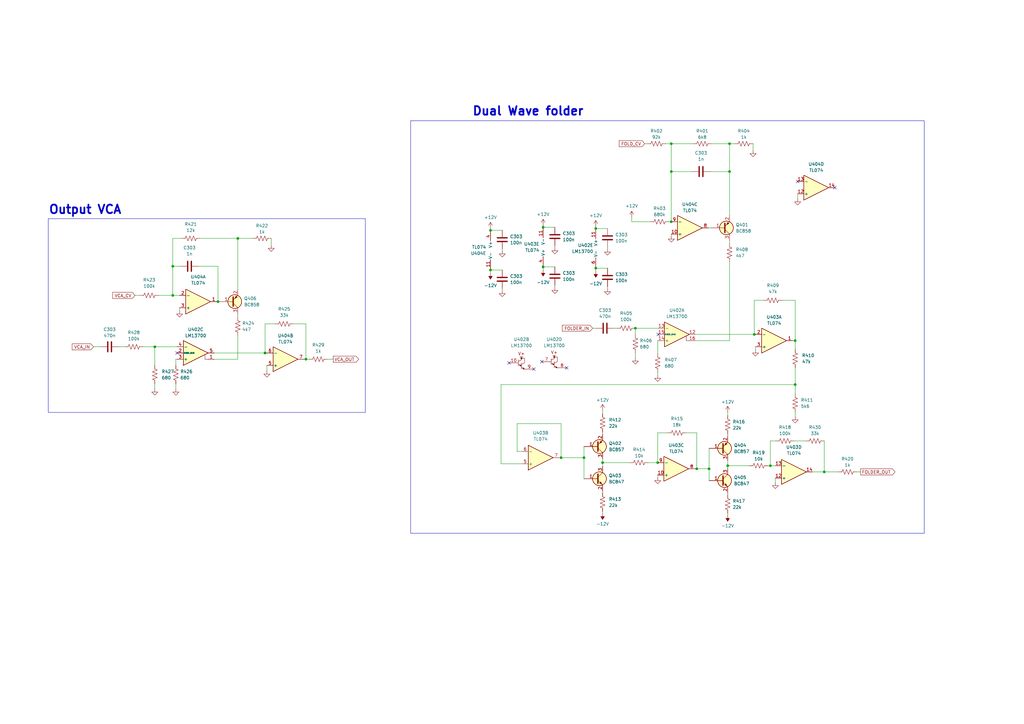
<source format=kicad_sch>
(kicad_sch (version 20230121) (generator eeschema)
  (paper "A3")
  (lib_symbols
    (symbol "Amplifier_Operational:LM13700" (pin_names (offset 0.127))
      (property "Reference" "U" (at 3.81 5.08 0))
      (property "Value" "LM13700" (at 5.08 -5.08 0))
      (symbol "LM13700_1_1"
        (polyline (pts (xy 3.81 -0.635) (xy 3.81 -2.54) (xy 5.08 -2.54)))
        (polyline (pts (xy 5.08 0) (xy -5.08 -5.08) (xy -5.08 5.08) (xy 5.08 0)) (stroke (width 0.254)) (fill (type background)))
        (pin output line (at 7.62 0 180) (length 2.54) (name "~") (number "12"))
        (pin input line (at -7.62 2.54 0) (length 2.54) (name "-") (number "13"))
        (pin input line (at -7.62 -2.54 0) (length 2.54) (name "+") (number "14"))
        (pin input line (at -7.62 0 0) (length 2.54) (name "DIODE_BIAS") (number "15"))
        (pin input line (at 7.62 -2.54 180) (length 2.54) (name "~") (number "16"))
      )
      (symbol "LM13700_2_0"
        (polyline (pts (xy -1.905 2.54) (xy -3.175 2.54)))
      )
      (symbol "LM13700_2_1"
        (circle (center -2.54 1.905) (radius 0.254) (stroke (width 0.254)) (fill (type outline)))
        (polyline (pts (xy -3.81 -0.635) (xy -2.54 -1.27)))
        (polyline (pts (xy -3.81 1.27) (xy -3.81 -1.27)))
        (polyline (pts (xy -2.54 -1.905) (xy -1.27 -2.54)))
        (polyline (pts (xy -2.54 0) (xy -2.54 -2.54)))
        (polyline (pts (xy -3.81 0.635) (xy -2.54 1.27) (xy -2.54 1.905) (xy -2.54 2.54)))
        (polyline (pts (xy -2.54 -1.27) (xy -3.175 -0.635) (xy -3.175 -1.27) (xy -2.54 -1.27)) (fill (type outline)))
        (polyline (pts (xy -2.54 -0.635) (xy -1.27 0) (xy -1.27 1.905) (xy -2.54 1.905)))
        (polyline (pts (xy -1.27 -2.54) (xy -1.905 -1.905) (xy -1.905 -2.54) (xy -1.27 -2.54)) (fill (type outline)))
        (text "V+" (at -2.54 3.81 0) (effects (font (size 1.27 1.27))))
        (pin input line (at -7.62 0 0) (length 3.81) (name "~") (number "10"))
        (pin output line (at 2.54 -2.54 180) (length 3.81) (name "~") (number "9"))
      )
      (symbol "LM13700_3_1"
        (polyline (pts (xy 3.81 -0.635) (xy 3.81 -2.54) (xy 5.08 -2.54)))
        (polyline (pts (xy 5.08 0) (xy -5.08 -5.08) (xy -5.08 5.08) (xy 5.08 0)) (stroke (width 0.254)) (fill (type background)))
        (pin input line (at 7.62 -2.54 180) (length 2.54) (name "~") (number "1"))
        (pin input line (at -7.62 0 0) (length 2.54) (name "DIODE_BIAS") (number "2"))
        (pin input line (at -7.62 -2.54 0) (length 2.54) (name "+") (number "3"))
        (pin input line (at -7.62 2.54 0) (length 2.54) (name "-") (number "4"))
        (pin output line (at 7.62 0 180) (length 2.54) (name "~") (number "5"))
      )
      (symbol "LM13700_4_0"
        (polyline (pts (xy -3.175 2.54) (xy -1.905 2.54)))
        (text "V+" (at -2.54 3.81 0) (effects (font (size 1.27 1.27))))
      )
      (symbol "LM13700_4_1"
        (circle (center -2.54 1.905) (radius 0.254) (stroke (width 0.254)) (fill (type outline)))
        (polyline (pts (xy -3.81 -0.635) (xy -2.54 -1.27)))
        (polyline (pts (xy -3.81 1.27) (xy -3.81 -1.27)))
        (polyline (pts (xy -2.54 -1.905) (xy -1.27 -2.54)))
        (polyline (pts (xy -2.54 0) (xy -2.54 -2.54)))
        (polyline (pts (xy -3.81 0.635) (xy -2.54 1.27) (xy -2.54 2.54)))
        (polyline (pts (xy -2.54 -1.27) (xy -3.175 -0.635) (xy -3.175 -1.27) (xy -2.54 -1.27)) (fill (type outline)))
        (polyline (pts (xy -2.54 -0.635) (xy -1.27 0) (xy -1.27 1.905) (xy -2.54 1.905)))
        (polyline (pts (xy -1.27 -2.54) (xy -1.905 -1.905) (xy -1.905 -2.54) (xy -1.27 -2.54)) (fill (type outline)))
        (pin input line (at -7.62 0 0) (length 3.81) (name "~") (number "7"))
        (pin output line (at 2.54 -2.54 180) (length 3.81) (name "~") (number "8"))
      )
      (symbol "LM13700_5_1"
        (pin power_in line (at -2.54 7.62 270) (length 3.81) (name "V+") (number "11"))
        (pin power_in line (at -2.54 -7.62 90) (length 3.81) (name "V-") (number "6"))
      )
    )
    (symbol "Amplifier_Operational:TL074" (pin_names (offset 0.127))
      (property "Reference" "U" (at 0 5.08 0))
      (property "Value" "TL074" (at 0 -5.08 0))
      (symbol "TL074_1_1"
        (polyline (pts (xy -5.08 5.08) (xy 5.08 0) (xy -5.08 -5.08) (xy -5.08 5.08)) (stroke (width 0.254)) (fill (type background)))
        (pin output line (at 7.62 0 180) (length 2.54) (name "~") (number "1"))
        (pin input line (at -7.62 -2.54 0) (length 2.54) (name "-") (number "2"))
        (pin input line (at -7.62 2.54 0) (length 2.54) (name "+") (number "3"))
      )
      (symbol "TL074_2_1"
        (polyline (pts (xy -5.08 5.08) (xy 5.08 0) (xy -5.08 -5.08) (xy -5.08 5.08)) (stroke (width 0.254)) (fill (type background)))
        (pin input line (at -7.62 2.54 0) (length 2.54) (name "+") (number "5"))
        (pin input line (at -7.62 -2.54 0) (length 2.54) (name "-") (number "6"))
        (pin output line (at 7.62 0 180) (length 2.54) (name "~") (number "7"))
      )
      (symbol "TL074_3_1"
        (polyline (pts (xy -5.08 5.08) (xy 5.08 0) (xy -5.08 -5.08) (xy -5.08 5.08)) (stroke (width 0.254)) (fill (type background)))
        (pin input line (at -7.62 2.54 0) (length 2.54) (name "+") (number "10"))
        (pin output line (at 7.62 0 180) (length 2.54) (name "~") (number "8"))
        (pin input line (at -7.62 -2.54 0) (length 2.54) (name "-") (number "9"))
      )
      (symbol "TL074_4_1"
        (polyline (pts (xy -5.08 5.08) (xy 5.08 0) (xy -5.08 -5.08) (xy -5.08 5.08)) (stroke (width 0.254)) (fill (type background)))
        (pin input line (at -7.62 2.54 0) (length 2.54) (name "+") (number "12"))
        (pin input line (at -7.62 -2.54 0) (length 2.54) (name "-") (number "13"))
        (pin output line (at 7.62 0 180) (length 2.54) (name "~") (number "14"))
      )
      (symbol "TL074_5_1"
        (pin power_in line (at -2.54 -7.62 90) (length 3.81) (name "V-") (number "11"))
        (pin power_in line (at -2.54 7.62 270) (length 3.81) (name "V+") (number "4"))
      )
    )
    (symbol "Device:C" (pin_numbers hide) (pin_names (offset 0.254))
      (property "Reference" "C" (at 0.635 2.54 0))
      (property "Value" "C" (at 0.635 -2.54 0))
      (symbol "C_0_1"
        (polyline (pts (xy -2.032 -0.762) (xy 2.032 -0.762)) (stroke (width 0.508)))
        (polyline (pts (xy -2.032 0.762) (xy 2.032 0.762)) (stroke (width 0.508)))
      )
      (symbol "C_1_1"
        (pin passive line (at 0 3.81 270) (length 2.794) (name "~") (number "1"))
        (pin passive line (at 0 -3.81 90) (length 2.794) (name "~") (number "2"))
      )
    )
    (symbol "Device:R_US" (pin_numbers hide) (pin_names (offset 0))
      (property "Reference" "R" (at 2.54 0 90))
      (property "Value" "R_US" (at -2.54 0 90))
      (symbol "R_US_0_1"
        (polyline (pts (xy 0 -2.286) (xy 0 -2.54)))
        (polyline (pts (xy 0 2.286) (xy 0 2.54)))
        (polyline (pts (xy 0 -0.762) (xy 1.016 -1.143) (xy 0 -1.524) (xy -1.016 -1.905) (xy 0 -2.286)))
        (polyline (pts (xy 0 0.762) (xy 1.016 0.381) (xy 0 0) (xy -1.016 -0.381) (xy 0 -0.762)))
        (polyline (pts (xy 0 2.286) (xy 1.016 1.905) (xy 0 1.524) (xy -1.016 1.143) (xy 0 0.762)))
      )
      (symbol "R_US_1_1"
        (pin passive line (at 0 3.81 270) (length 1.27) (name "~") (number "1"))
        (pin passive line (at 0 -3.81 90) (length 1.27) (name "~") (number "2"))
      )
    )
    (symbol "PCM_Transistor_BJT_AKL:BC847" (pin_names hide)
      (property "Reference" "Q" (at 5.08 1.27 0))
      (property "Value" "BC847" (at 5.08 -1.27 0))
      (symbol "BC847_0_1"
        (polyline (pts (xy 0.635 0.635) (xy 2.54 2.54)))
        (polyline (pts (xy 0.635 -0.635) (xy 2.54 -2.54) (xy 2.54 -2.54)))
        (polyline (pts (xy 0.635 1.905) (xy 0.635 -1.905) (xy 0.635 -1.905)) (stroke (width 0.508)))
        (polyline (pts (xy 1.27 -1.778) (xy 1.778 -1.27) (xy 2.286 -2.286) (xy 1.27 -1.778) (xy 1.27 -1.778)) (fill (type outline)))
        (circle (center 1.27 0) (radius 2.8194) (stroke (width 0.254)) (fill (type background)))
      )
      (symbol "BC847_1_1"
        (pin input line (at -5.08 0 0) (length 5.715) (name "B") (number "1"))
        (pin passive line (at 2.54 -5.08 90) (length 2.54) (name "E") (number "2"))
        (pin passive line (at 2.54 5.08 270) (length 2.54) (name "C") (number "3"))
      )
    )
    (symbol "PCM_Transistor_BJT_AKL:BC857" (pin_names hide)
      (property "Reference" "Q" (at 5.08 1.27 0))
      (property "Value" "BC857" (at 5.08 -1.27 0))
      (symbol "BC857_0_1"
        (polyline (pts (xy 0.635 -0.635) (xy 2.54 -2.54)))
        (polyline (pts (xy 0.635 -1.905) (xy 0.635 1.905) (xy 0.635 1.905)) (stroke (width 0.508)))
        (polyline (pts (xy 0.635 0.635) (xy 2.54 2.54) (xy 2.54 2.54)))
        (polyline (pts (xy 2.286 1.778) (xy 1.778 2.286) (xy 1.27 1.27) (xy 2.286 1.778) (xy 2.286 1.778)) (fill (type outline)))
        (circle (center 1.27 0) (radius 2.8194) (stroke (width 0.254)) (fill (type background)))
      )
      (symbol "BC857_1_1"
        (pin input line (at -5.08 0 0) (length 5.715) (name "B") (number "1"))
        (pin passive line (at 2.54 5.08 270) (length 2.54) (name "E") (number "2"))
        (pin passive line (at 2.54 -5.08 90) (length 2.54) (name "C") (number "3"))
      )
    )
    (symbol "PCM_Transistor_BJT_AKL:BC858" (pin_names hide)
      (property "Reference" "Q" (at 5.08 1.27 0))
      (property "Value" "BC858" (at 5.08 -1.27 0))
      (symbol "BC858_0_1"
        (polyline (pts (xy 0.635 -0.635) (xy 2.54 -2.54)))
        (polyline (pts (xy 0.635 -1.905) (xy 0.635 1.905) (xy 0.635 1.905)) (stroke (width 0.508)))
        (polyline (pts (xy 0.635 0.635) (xy 2.54 2.54) (xy 2.54 2.54)))
        (polyline (pts (xy 2.286 1.778) (xy 1.778 2.286) (xy 1.27 1.27) (xy 2.286 1.778) (xy 2.286 1.778)) (fill (type outline)))
        (circle (center 1.27 0) (radius 2.8194) (stroke (width 0.254)) (fill (type background)))
      )
      (symbol "BC858_1_1"
        (pin input line (at -5.08 0 0) (length 5.715) (name "B") (number "1"))
        (pin passive line (at 2.54 5.08 270) (length 2.54) (name "E") (number "2"))
        (pin passive line (at 2.54 -5.08 90) (length 2.54) (name "C") (number "3"))
      )
    )
    (symbol "power:+12V" (power) (pin_names (offset 0))
      (property "Value" "+12V" (at 0 3.556 0))
      (symbol "+12V_0_1"
        (polyline (pts (xy -0.762 1.27) (xy 0 2.54)))
        (polyline (pts (xy 0 0) (xy 0 2.54)))
        (polyline (pts (xy 0 2.54) (xy 0.762 1.27)))
      )
      (symbol "+12V_1_1"
        (pin power_in line (at 0 0 90) (length 0) hide (name "+12V") (number "1"))
      )
    )
    (symbol "power:-12V" (power) (pin_names (offset 0))
      (property "Value" "-12V" (at 0 3.81 0))
      (symbol "-12V_0_0"
        (pin power_in line (at 0 0 90) (length 0) hide (name "-12V") (number "1"))
      )
      (symbol "-12V_0_1"
        (polyline (pts (xy 0 0) (xy 0 1.27) (xy 0.762 1.27) (xy 0 2.54) (xy -0.762 1.27) (xy 0 1.27)) (fill (type outline)))
      )
    )
    (symbol "power:GND" (power) (pin_names (offset 0))
      (symbol "GND_0_1"
        (polyline (pts (xy 0 0) (xy 0 -1.27) (xy 1.27 -1.27) (xy 0 -2.54) (xy -1.27 -1.27) (xy 0 -1.27)))
      )
      (symbol "GND_1_1"
        (pin power_in line (at 0 0 270) (length 0) hide (name "GND") (number "1"))
      )
    )
  )
  (junction (at 275.336 58.928))
  (junction (at 299.212 70.358))
  (junction (at 309.372 137.16))
  (junction (at 315.976 191.008))
  (junction (at 70.866 121.158))
  (junction (at 275.336 70.358))
  (junction (at 298.45 191.008))
  (junction (at 285.75 192.278))
  (junction (at 247.142 189.738))
  (junction (at 108.712 144.78))
  (junction (at 70.866 109.22))
  (junction (at 97.536 97.79))
  (junction (at 338.074 193.548))
  (junction (at 326.136 157.734))
  (junction (at 290.83 192.278))
  (junction (at 275.336 90.932))
  (junction (at 299.212 58.928))
  (junction (at 201.168 94.488))
  (junction (at 222.758 93.218))
  (junction (at 201.168 110.744))
  (junction (at 244.348 93.726))
  (junction (at 222.758 109.474))
  (junction (at 326.136 139.7))
  (junction (at 89.408 123.698))
  (junction (at 230.124 187.706))
  (junction (at 63.5 142.24))
  (junction (at 125.476 147.32))
  (junction (at 260.604 134.62))
  (junction (at 269.748 189.738))
  (junction (at 239.522 187.706))
  (junction (at 244.348 109.982))
  (no_connect (at 72.644 144.78))
  (no_connect (at 232.41 150.876))
  (no_connect (at 218.948 151.384))
  (no_connect (at 208.788 148.844))
  (no_connect (at 327.152 74.422))
  (no_connect (at 270.002 137.16))
  (no_connect (at 222.25 148.336))
  (no_connect (at 342.392 76.962))
  (wire (pts (xy 48.768 142.24) (xy 51.054 142.24)))
  (wire (pts (xy 326.136 123.19) (xy 326.136 139.7)))
  (wire (pts (xy 291.338 70.358) (xy 299.212 70.358)))
  (wire (pts (xy 201.168 110.744) (xy 201.168 112.014)))
  (wire (pts (xy 285.242 137.16) (xy 309.372 137.16)))
  (wire (pts (xy 222.758 93.218) (xy 222.758 93.726)))
  (wire (pts (xy 320.802 123.19) (xy 326.136 123.19)))
  (wire (pts (xy 309.372 137.16) (xy 309.88 137.16)))
  (wire (pts (xy 97.536 97.79) (xy 103.632 97.79)))
  (wire (pts (xy 87.884 144.78) (xy 108.712 144.78)))
  (wire (pts (xy 285.242 139.7) (xy 299.212 139.7)))
  (wire (pts (xy 72.644 142.24) (xy 63.5 142.24)))
  (wire (pts (xy 230.124 187.706) (xy 229.362 187.706)))
  (wire (pts (xy 247.142 177.292) (xy 247.142 178.054)))
  (wire (pts (xy 298.45 210.566) (xy 298.45 211.328)))
  (wire (pts (xy 269.748 177.546) (xy 269.748 189.738)))
  (wire (pts (xy 134.366 147.32) (xy 136.652 147.32)))
  (wire (pts (xy 260.604 134.62) (xy 260.604 137.16)))
  (wire (pts (xy 326.136 143.256) (xy 326.136 139.7)))
  (wire (pts (xy 326.136 169.164) (xy 326.136 170.942)))
  (wire (pts (xy 214.122 190.246) (xy 205.486 190.246)))
  (wire (pts (xy 222.758 109.474) (xy 227.584 109.474)))
  (wire (pts (xy 247.142 201.422) (xy 247.142 202.184)))
  (wire (pts (xy 275.336 96.012) (xy 275.336 96.774)))
  (wire (pts (xy 338.074 193.548) (xy 343.789 193.548)))
  (wire (pts (xy 299.212 88.392) (xy 299.212 70.358)))
  (wire (pts (xy 72.136 149.86) (xy 72.136 147.32)))
  (wire (pts (xy 222.758 109.474) (xy 222.758 110.744)))
  (wire (pts (xy 351.409 193.548) (xy 352.933 193.548)))
  (wire (pts (xy 108.712 144.78) (xy 109.474 144.78)))
  (wire (pts (xy 63.5 142.24) (xy 58.674 142.24)))
  (wire (pts (xy 201.168 94.488) (xy 205.994 94.488)))
  (wire (pts (xy 315.976 191.008) (xy 318.008 191.008)))
  (wire (pts (xy 201.168 110.236) (xy 201.168 110.744)))
  (wire (pts (xy 309.88 142.24) (xy 309.88 143.51)))
  (wire (pts (xy 212.09 185.166) (xy 212.09 173.736)))
  (wire (pts (xy 243.078 134.62) (xy 244.348 134.62)))
  (wire (pts (xy 205.994 118.364) (xy 205.994 119.126)))
  (wire (pts (xy 338.074 180.848) (xy 338.074 193.548)))
  (wire (pts (xy 275.336 58.928) (xy 275.336 70.358)))
  (wire (pts (xy 112.776 132.842) (xy 108.712 132.842)))
  (wire (pts (xy 109.474 149.86) (xy 109.474 152.146)))
  (wire (pts (xy 205.994 102.108) (xy 205.994 102.87)))
  (wire (pts (xy 299.212 58.928) (xy 299.212 70.358)))
  (wire (pts (xy 120.396 132.842) (xy 125.476 132.842)))
  (wire (pts (xy 259.08 89.154) (xy 259.08 90.932)))
  (wire (pts (xy 285.75 177.546) (xy 285.75 192.278)))
  (wire (pts (xy 70.866 109.22) (xy 70.866 121.158)))
  (wire (pts (xy 227.584 100.838) (xy 227.584 101.6)))
  (wire (pts (xy 38.354 142.24) (xy 41.148 142.24)))
  (wire (pts (xy 251.968 134.62) (xy 252.984 134.62)))
  (wire (pts (xy 125.476 132.842) (xy 125.476 147.32)))
  (wire (pts (xy 298.45 178.054) (xy 298.45 178.816)))
  (wire (pts (xy 205.486 157.734) (xy 326.136 157.734)))
  (wire (pts (xy 70.866 121.158) (xy 73.66 121.158)))
  (wire (pts (xy 247.142 188.214) (xy 247.142 189.738)))
  (wire (pts (xy 318.135 180.848) (xy 315.976 180.848)))
  (wire (pts (xy 318.008 196.088) (xy 318.008 197.866)))
  (wire (pts (xy 269.748 145.034) (xy 269.748 139.7)))
  (wire (pts (xy 212.09 173.736) (xy 230.124 173.736)))
  (wire (pts (xy 89.408 123.698) (xy 89.916 123.698)))
  (wire (pts (xy 314.96 191.008) (xy 315.976 191.008)))
  (wire (pts (xy 125.476 147.32) (xy 124.714 147.32)))
  (wire (pts (xy 274.32 90.932) (xy 275.336 90.932)))
  (wire (pts (xy 247.142 189.738) (xy 247.142 191.262)))
  (wire (pts (xy 63.5 157.48) (xy 63.5 159.512)))
  (wire (pts (xy 230.124 187.706) (xy 239.522 187.706)))
  (wire (pts (xy 230.124 173.736) (xy 230.124 187.706)))
  (wire (pts (xy 244.348 109.982) (xy 249.174 109.982)))
  (wire (pts (xy 73.66 126.238) (xy 73.66 127.508)))
  (wire (pts (xy 299.212 58.928) (xy 301.244 58.928)))
  (wire (pts (xy 265.938 189.738) (xy 269.748 189.738)))
  (wire (pts (xy 299.212 98.552) (xy 299.212 99.822)))
  (wire (pts (xy 285.75 192.278) (xy 290.83 192.278)))
  (wire (pts (xy 326.136 161.544) (xy 326.136 157.734)))
  (wire (pts (xy 260.604 144.78) (xy 260.604 146.812)))
  (wire (pts (xy 244.348 92.964) (xy 244.348 93.726)))
  (wire (pts (xy 65.024 121.158) (xy 70.866 121.158)))
  (wire (pts (xy 290.576 93.472) (xy 291.592 93.472)))
  (wire (pts (xy 281.432 177.546) (xy 285.75 177.546)))
  (wire (pts (xy 327.152 79.502) (xy 327.152 81.534)))
  (wire (pts (xy 244.348 93.726) (xy 244.348 94.234)))
  (wire (pts (xy 269.748 139.7) (xy 270.002 139.7)))
  (wire (pts (xy 70.866 97.79) (xy 70.866 109.22)))
  (wire (pts (xy 298.45 191.008) (xy 298.45 192.024)))
  (wire (pts (xy 313.182 123.19) (xy 309.372 123.19)))
  (wire (pts (xy 308.864 58.928) (xy 308.864 61.722)))
  (wire (pts (xy 97.536 97.79) (xy 97.536 118.618)))
  (wire (pts (xy 264.414 58.928) (xy 265.43 58.928)))
  (wire (pts (xy 269.748 152.654) (xy 269.748 153.924)))
  (wire (pts (xy 244.348 109.982) (xy 244.348 111.252)))
  (wire (pts (xy 275.336 70.358) (xy 275.336 90.932)))
  (wire (pts (xy 82.042 97.79) (xy 97.536 97.79)))
  (wire (pts (xy 125.476 147.32) (xy 126.746 147.32)))
  (wire (pts (xy 285.75 192.278) (xy 284.988 192.278)))
  (wire (pts (xy 290.83 183.896) (xy 290.83 192.278)))
  (wire (pts (xy 244.348 93.726) (xy 249.174 93.726)))
  (wire (pts (xy 239.522 183.134) (xy 239.522 187.706)))
  (wire (pts (xy 239.522 187.706) (xy 239.522 196.342)))
  (wire (pts (xy 72.136 147.32) (xy 72.644 147.32)))
  (wire (pts (xy 70.866 109.22) (xy 73.914 109.22)))
  (wire (pts (xy 227.584 117.094) (xy 227.584 117.856)))
  (wire (pts (xy 214.122 185.166) (xy 212.09 185.166)))
  (wire (pts (xy 299.212 139.7) (xy 299.212 107.442)))
  (wire (pts (xy 291.846 58.928) (xy 299.212 58.928)))
  (wire (pts (xy 108.712 132.842) (xy 108.712 144.78)))
  (wire (pts (xy 97.536 147.32) (xy 97.536 137.668)))
  (wire (pts (xy 290.83 192.278) (xy 290.83 197.104)))
  (wire (pts (xy 87.884 147.32) (xy 97.536 147.32)))
  (wire (pts (xy 111.252 97.79) (xy 111.252 100.584)))
  (wire (pts (xy 298.45 169.164) (xy 298.45 170.434)))
  (wire (pts (xy 315.976 180.848) (xy 315.976 191.008)))
  (wire (pts (xy 81.534 109.22) (xy 89.408 109.22)))
  (wire (pts (xy 326.136 157.734) (xy 326.136 150.876)))
  (wire (pts (xy 298.45 188.976) (xy 298.45 191.008)))
  (wire (pts (xy 244.348 109.474) (xy 244.348 109.982)))
  (wire (pts (xy 247.142 189.738) (xy 258.318 189.738)))
  (wire (pts (xy 298.45 202.184) (xy 298.45 202.946)))
  (wire (pts (xy 326.136 139.7) (xy 325.12 139.7)))
  (wire (pts (xy 222.758 93.218) (xy 227.584 93.218)))
  (wire (pts (xy 72.136 157.48) (xy 72.136 159.512)))
  (wire (pts (xy 269.748 194.818) (xy 269.748 195.834)))
  (wire (pts (xy 97.536 128.778) (xy 97.536 130.048)))
  (wire (pts (xy 247.142 209.804) (xy 247.142 210.566)))
  (wire (pts (xy 333.248 193.548) (xy 338.074 193.548)))
  (wire (pts (xy 275.336 58.928) (xy 284.226 58.928)))
  (wire (pts (xy 89.408 109.22) (xy 89.408 123.698)))
  (wire (pts (xy 55.372 121.158) (xy 57.404 121.158)))
  (wire (pts (xy 201.168 94.488) (xy 201.168 94.996)))
  (wire (pts (xy 298.45 191.008) (xy 307.34 191.008)))
  (wire (pts (xy 249.174 117.602) (xy 249.174 118.364)))
  (wire (pts (xy 222.758 92.456) (xy 222.758 93.218)))
  (wire (pts (xy 63.5 142.24) (xy 63.5 149.86)))
  (wire (pts (xy 259.08 90.932) (xy 266.7 90.932)))
  (wire (pts (xy 205.486 190.246) (xy 205.486 157.734)))
  (wire (pts (xy 260.604 134.62) (xy 270.002 134.62)))
  (wire (pts (xy 249.174 101.346) (xy 249.174 102.108)))
  (wire (pts (xy 88.9 123.698) (xy 89.408 123.698)))
  (wire (pts (xy 309.372 123.19) (xy 309.372 137.16)))
  (wire (pts (xy 201.168 93.726) (xy 201.168 94.488)))
  (wire (pts (xy 222.758 108.966) (xy 222.758 109.474)))
  (wire (pts (xy 273.812 177.546) (xy 269.748 177.546)))
  (wire (pts (xy 275.336 70.358) (xy 283.718 70.358)))
  (wire (pts (xy 247.142 168.402) (xy 247.142 169.672)))
  (wire (pts (xy 201.168 110.744) (xy 205.994 110.744)))
  (wire (pts (xy 74.422 97.79) (xy 70.866 97.79)))
  (wire (pts (xy 325.755 180.848) (xy 330.454 180.848)))
  (wire (pts (xy 273.05 58.928) (xy 275.336 58.928)))
  (rectangle (start 168.402 49.53) (end 379.095 218.694))
  (rectangle (start 19.812 89.662) (end 149.86 169.164))
  (text "Dual Wave folder" (at 193.548 47.752 0) (effects (font (size 3.5 3.5) (thickness 0.7) bold) (justify left bottom)))
  (text "Output VCA" (at 19.812 88.138 0) (effects (font (size 3.5 3.5) (thickness 0.7) bold) (justify left bottom)))
  (global_label "FOLDER_IN" (shape input) (at 243.078 134.62 180) (property "Intersheetrefs" "${INTERSHEET_REFS}" (effects hide)))
  (global_label "FOLDER_OUT" (shape output) (at 352.933 193.548 0) (property "Intersheetrefs" "${INTERSHEET_REFS}" (effects hide)))
  (global_label "VCA_IN" (shape input) (at 38.354 142.24 180) (property "Intersheetrefs" "${INTERSHEET_REFS}" (effects hide)))
  (global_label "VCA_CV" (shape input) (at 55.372 121.158 180) (property "Intersheetrefs" "${INTERSHEET_REFS}" (effects hide)))
  (global_label "FOLD_CV" (shape input) (at 264.414 58.928 180) (property "Intersheetrefs" "${INTERSHEET_REFS}" (effects hide)))
  (global_label "VCA_OUT" (shape output) (at 136.652 147.32 0) (property "Intersheetrefs" "${INTERSHEET_REFS}" (effects hide)))
  (symbol (lib_id "PCM_Transistor_BJT_AKL:BC858") (at 94.996 123.698 0) (unit 1)
    (property "Reference" "Q406" (at 100.076 122.428 0) (effects (justify left)))
    (property "Value" "BC858" (at 100.076 124.968 0) (effects (justify left)))
    (property "Footprint" "PCM_Package_TO_SOT_SMD_AKL:SOT-23" (effects hide))
    (property "Datasheet" "https://www.tme.eu/Document/c382caaa0cc481743f0c0197b727e2d1/BC856A.pdf" (effects hide))
  )
  (symbol (lib_id "Device:R_US") (at 63.5 153.67 180) (unit 1)
    (property "Reference" "R427" (at 66.294 152.4 0) (effects (justify right)))
    (property "Value" "680" (at 66.294 154.94 0) (effects (justify right)))
    (property "Footprint" "PCM_Resistor_SMD_AKL:R_0805_2012Metric" (effects hide))
  )
  (symbol (lib_id "Device:R_US") (at 298.45 174.244 180) (unit 1)
    (property "Reference" "R416" (at 300.482 172.974 0) (effects (justify right)))
    (property "Value" "22k" (at 300.482 175.514 0) (effects (justify right)))
    (property "Footprint" "PCM_Resistor_SMD_AKL:R_0805_2012Metric" (effects hide))
  )
  (symbol (lib_id "Device:R_US") (at 305.054 58.928 90) (unit 1)
    (property "Reference" "R404" (at 305.054 53.721 90))
    (property "Value" "1k" (at 305.054 56.261 90))
    (property "Footprint" "PCM_Resistor_SMD_AKL:R_0805_2012Metric" (effects hide))
  )
  (symbol (lib_id "power:GND") (at 205.994 102.87 0) (unit 1)
    (property "Reference" "#PWR0307" (effects hide))
    (property "Value" "GND" (effects hide))
    (instances (project "VoiceBoardR2" (path "" (reference "#PWR0307") (unit 1)) (path "" (reference "#PWR0409") (unit 1))))
  )
  (symbol (lib_id "Amplifier_Operational:TL074") (at 221.742 187.706 0) (mirror x) (unit 2)
    (property "Reference" "U403" (at 221.742 177.546 0))
    (property "Value" "TL074" (at 221.742 180.086 0))
    (property "Footprint" "Package_SO:SOIC-14_3.9x8.7mm_P1.27mm" (effects hide))
    (property "Datasheet" "http://www.ti.com/lit/ds/symlink/tl071.pdf" (effects hide))
  )
  (symbol (lib_id "Amplifier_Operational:LM13700") (at 216.408 148.844 0) (unit 2)
    (property "Reference" "U402" (at 213.868 139.192 0))
    (property "Value" "LM13700" (at 213.868 141.732 0))
    (property "Footprint" "Package_SO:SOIC-16_3.9x9.9mm_P1.27mm" (effects hide))
    (property "Datasheet" "http://www.ti.com/lit/ds/symlink/lm13700.pdf" (effects hide))
  )
  (symbol (lib_id "Device:R_US") (at 256.794 134.62 90) (unit 1)
    (property "Reference" "R405" (at 256.794 128.524 90))
    (property "Value" "100k" (at 256.794 131.064 90))
    (property "Footprint" "PCM_Resistor_SMD_AKL:R_0805_2012Metric" (effects hide))
  )
  (symbol (lib_id "PCM_Transistor_BJT_AKL:BC857") (at 244.602 183.134 0) (unit 1)
    (property "Reference" "Q402" (at 249.682 181.864 0) (effects (justify left)))
    (property "Value" "BC857" (at 249.682 184.404 0) (effects (justify left)))
    (property "Footprint" "PCM_Package_TO_SOT_SMD_AKL:SOT-23" (effects hide))
    (property "Datasheet" "https://www.tme.eu/Document/c382caaa0cc481743f0c0197b727e2d1/BC856A.pdf" (effects hide))
  )
  (symbol (lib_id "power:-12V") (at 244.348 111.252 180) (unit 1)
    (property "Reference" "#PWR0429" (effects hide))
    (property "Value" "-12V" (at 244.348 116.332 0))
  )
  (symbol (lib_id "Amplifier_Operational:LM13700") (at 241.808 101.854 0) (mirror y) (unit 5)
    (property "Reference" "U402" (at 243.332 100.584 0) (effects (justify left)))
    (property "Value" "LM13700" (at 243.332 103.124 0) (effects (justify left)))
    (property "Footprint" "Package_SO:SOIC-16_3.9x9.9mm_P1.27mm" (effects hide))
    (property "Datasheet" "http://www.ti.com/lit/ds/symlink/lm13700.pdf" (effects hide))
  )
  (symbol (lib_id "Device:R_US") (at 316.992 123.19 270) (unit 1)
    (property "Reference" "R409" (at 316.992 117.094 90))
    (property "Value" "47k" (at 316.992 119.634 90))
    (property "Footprint" "PCM_Resistor_SMD_AKL:R_0805_2012Metric" (effects hide))
  )
  (symbol (lib_id "Device:R_US") (at 269.24 58.928 90) (unit 1)
    (property "Reference" "R402" (at 269.24 53.721 90))
    (property "Value" "92k" (at 269.24 56.261 90))
    (property "Footprint" "PCM_Resistor_SMD_AKL:R_0805_2012Metric" (effects hide))
  )
  (symbol (lib_id "Device:C") (at 205.994 114.554 0) (unit 1)
    (property "Reference" "C303" (at 209.169 113.284 0) (effects (justify left)))
    (property "Value" "100n" (at 209.169 115.824 0) (effects (justify left)))
    (property "Footprint" "Capacitor_SMD:C_0805_2012Metric" (effects hide))
    (instances (project "VoiceBoardR2" (path "" (reference "C303") (unit 1)) (path "" (reference "C404") (unit 1))))
  )
  (symbol (lib_id "Device:C") (at 227.584 97.028 0) (unit 1)
    (property "Reference" "C303" (at 230.759 95.758 0) (effects (justify left)))
    (property "Value" "100n" (at 230.759 98.298 0) (effects (justify left)))
    (property "Footprint" "Capacitor_SMD:C_0805_2012Metric" (effects hide))
    (instances (project "VoiceBoardR2" (path "" (reference "C303") (unit 1)) (path "" (reference "C407") (unit 1))))
  )
  (symbol (lib_id "Device:R_US") (at 247.142 205.994 180) (unit 1)
    (property "Reference" "R413" (at 249.682 204.724 0) (effects (justify right)))
    (property "Value" "22k" (at 249.682 207.264 0) (effects (justify right)))
    (property "Footprint" "PCM_Resistor_SMD_AKL:R_0805_2012Metric" (effects hide))
  )
  (symbol (lib_id "power:GND") (at 205.994 119.126 0) (unit 1)
    (property "Reference" "#PWR0307" (effects hide))
    (property "Value" "GND" (effects hide))
    (instances (project "VoiceBoardR2" (path "" (reference "#PWR0307") (unit 1)) (path "" (reference "#PWR0410") (unit 1))))
  )
  (symbol (lib_id "Amplifier_Operational:TL074") (at 81.28 123.698 0) (mirror x) (unit 1)
    (property "Reference" "U404" (at 81.28 113.538 0))
    (property "Value" "TL074" (at 81.28 116.078 0))
    (property "Footprint" "Package_SO:SOIC-14_3.9x8.7mm_P1.27mm" (effects hide))
    (property "Datasheet" "http://www.ti.com/lit/ds/symlink/tl071.pdf" (effects hide))
  )
  (symbol (lib_id "Device:R_US") (at 116.586 132.842 90) (unit 1)
    (property "Reference" "R425" (at 116.586 126.746 90))
    (property "Value" "33k" (at 116.586 129.286 90))
    (property "Footprint" "PCM_Resistor_SMD_AKL:R_0805_2012Metric" (effects hide))
  )
  (symbol (lib_id "power:GND") (at 249.174 102.108 0) (unit 1)
    (property "Reference" "#PWR0307" (effects hide))
    (property "Value" "GND" (effects hide))
    (instances (project "VoiceBoardR2" (path "" (reference "#PWR0307") (unit 1)) (path "" (reference "#PWR0430") (unit 1))))
  )
  (symbol (lib_id "Device:R_US") (at 61.214 121.158 90) (unit 1)
    (property "Reference" "R423" (at 61.214 114.808 90))
    (property "Value" "100k" (at 61.214 117.348 90))
    (property "Footprint" "PCM_Resistor_SMD_AKL:R_0805_2012Metric" (effects hide))
  )
  (symbol (lib_id "PCM_Transistor_BJT_AKL:BC847") (at 295.91 197.104 0) (unit 1)
    (property "Reference" "Q405" (at 300.99 195.834 0) (effects (justify left)))
    (property "Value" "BC847" (at 300.99 198.374 0) (effects (justify left)))
    (property "Footprint" "PCM_Package_TO_SOT_SMD_AKL:SOT-23" (effects hide))
    (property "Datasheet" "https://assets.nexperia.com/documents/data-sheet/BC847_SER.pdf" (effects hide))
  )
  (symbol (lib_id "power:GND") (at 327.152 81.534 0) (unit 1)
    (property "Reference" "#PWR0432" (effects hide))
    (property "Value" "GND" (effects hide))
  )
  (symbol (lib_id "Device:R_US") (at 326.136 147.066 0) (unit 1)
    (property "Reference" "R410" (at 328.93 145.796 0) (effects (justify left)))
    (property "Value" "47k" (at 328.93 148.336 0) (effects (justify left)))
    (property "Footprint" "PCM_Resistor_SMD_AKL:R_0805_2012Metric" (effects hide))
  )
  (symbol (lib_id "Amplifier_Operational:TL074") (at 225.298 101.346 0) (mirror x) (unit 5)
    (property "Reference" "U403" (at 221.234 100.076 0) (effects (justify right)))
    (property "Value" "TL074" (at 221.234 102.616 0) (effects (justify right)))
    (property "Footprint" "Package_SO:SOIC-14_3.9x8.7mm_P1.27mm" (effects hide))
    (property "Datasheet" "http://www.ti.com/lit/ds/symlink/tl071.pdf" (effects hide))
  )
  (symbol (lib_id "Device:R_US") (at 72.136 153.67 180) (unit 1)
    (property "Reference" "R426" (at 73.914 152.4 0) (effects (justify right)))
    (property "Value" "680" (at 73.914 154.94 0) (effects (justify right)))
    (property "Footprint" "PCM_Resistor_SMD_AKL:R_0805_2012Metric" (effects hide))
  )
  (symbol (lib_id "Amplifier_Operational:TL074") (at 117.094 147.32 0) (mirror x) (unit 2)
    (property "Reference" "U404" (at 117.094 137.668 0))
    (property "Value" "TL074" (at 117.094 140.208 0))
    (property "Footprint" "Package_SO:SOIC-14_3.9x8.7mm_P1.27mm" (effects hide))
    (property "Datasheet" "http://www.ti.com/lit/ds/symlink/tl071.pdf" (effects hide))
  )
  (symbol (lib_id "Amplifier_Operational:TL074") (at 277.368 192.278 0) (mirror x) (unit 3)
    (property "Reference" "U403" (at 277.368 182.626 0))
    (property "Value" "TL074" (at 277.368 185.166 0))
    (property "Footprint" "Package_SO:SOIC-14_3.9x8.7mm_P1.27mm" (effects hide))
    (property "Datasheet" "http://www.ti.com/lit/ds/symlink/tl071.pdf" (effects hide))
  )
  (symbol (lib_id "Device:R_US") (at 334.264 180.848 270) (unit 1)
    (property "Reference" "R430" (at 334.264 175.26 90))
    (property "Value" "33k" (at 334.264 177.8 90))
    (property "Footprint" "PCM_Resistor_SMD_AKL:R_0805_2012Metric" (effects hide))
  )
  (symbol (lib_id "Device:R_US") (at 262.128 189.738 270) (unit 1)
    (property "Reference" "R414" (at 262.128 184.404 90))
    (property "Value" "10k" (at 262.128 186.944 90))
    (property "Footprint" "PCM_Resistor_SMD_AKL:R_0805_2012Metric" (effects hide))
  )
  (symbol (lib_id "Device:R_US") (at 269.748 148.844 180) (unit 1)
    (property "Reference" "R407" (at 272.542 147.574 0) (effects (justify right)))
    (property "Value" "680" (at 272.542 150.114 0) (effects (justify right)))
    (property "Footprint" "PCM_Resistor_SMD_AKL:R_0805_2012Metric" (effects hide))
  )
  (symbol (lib_id "power:-12V") (at 201.168 112.014 180) (unit 1)
    (property "Reference" "#PWR0408" (effects hide))
    (property "Value" "-12V" (at 201.168 117.094 0))
  )
  (symbol (lib_id "Device:R_US") (at 107.442 97.79 90) (unit 1)
    (property "Reference" "R422" (at 107.442 92.583 90))
    (property "Value" "1k" (at 107.442 95.123 90))
    (property "Footprint" "PCM_Resistor_SMD_AKL:R_0805_2012Metric" (effects hide))
  )
  (symbol (lib_id "Amplifier_Operational:LM13700") (at 277.622 137.16 0) (unit 1)
    (property "Reference" "U402" (at 277.622 127.254 0))
    (property "Value" "LM13700" (at 277.622 129.794 0))
    (property "Footprint" "Package_SO:SOIC-16_3.9x9.9mm_P1.27mm" (effects hide))
    (property "Datasheet" "http://www.ti.com/lit/ds/symlink/lm13700.pdf" (effects hide))
  )
  (symbol (lib_id "power:-12V") (at 222.758 110.744 180) (unit 1)
    (property "Reference" "#PWR0417" (effects hide))
    (property "Value" "-12V" (at 222.758 115.824 0))
  )
  (symbol (lib_id "Device:R_US") (at 347.599 193.548 270) (unit 1)
    (property "Reference" "R420" (at 347.599 188.214 90))
    (property "Value" "1k" (at 347.599 190.754 90))
    (property "Footprint" "PCM_Resistor_SMD_AKL:R_0805_2012Metric" (effects hide))
  )
  (symbol (lib_id "power:GND") (at 309.88 143.51 0) (unit 1)
    (property "Reference" "#PWR0307" (effects hide))
    (property "Value" "GND" (effects hide))
    (instances (project "VoiceBoardR2" (path "" (reference "#PWR0307") (unit 1)) (path "" (reference "#PWR0420") (unit 1))))
  )
  (symbol (lib_id "Device:C") (at 249.174 113.792 0) (unit 1)
    (property "Reference" "C303" (at 252.349 112.522 0) (effects (justify left)))
    (property "Value" "100n" (at 252.349 115.062 0) (effects (justify left)))
    (property "Footprint" "Capacitor_SMD:C_0805_2012Metric" (effects hide))
    (instances (project "VoiceBoardR2" (path "" (reference "C303") (unit 1)) (path "" (reference "C410") (unit 1))))
  )
  (symbol (lib_id "Device:C") (at 44.958 142.24 90) (unit 1)
    (property "Reference" "C303" (at 44.958 135.128 90))
    (property "Value" "470n" (at 44.958 137.668 90))
    (property "Footprint" "Capacitor_SMD:C_0805_2012Metric" (effects hide))
    (instances (project "VoiceBoardR2" (path "" (reference "C303") (unit 1)) (path "" (reference "C414") (unit 1))))
  )
  (symbol (lib_id "power:GND") (at 326.136 170.942 0) (unit 1)
    (property "Reference" "#PWR0307" (effects hide))
    (property "Value" "GND" (effects hide))
    (instances (project "VoiceBoardR2" (path "" (reference "#PWR0307") (unit 1)) (path "" (reference "#PWR0421") (unit 1))))
  )
  (symbol (lib_id "Device:C") (at 227.584 113.284 0) (unit 1)
    (property "Reference" "C303" (at 230.759 112.014 0) (effects (justify left)))
    (property "Value" "100n" (at 230.759 114.554 0) (effects (justify left)))
    (property "Footprint" "Capacitor_SMD:C_0805_2012Metric" (effects hide))
    (instances (project "VoiceBoardR2" (path "" (reference "C303") (unit 1)) (path "" (reference "C408") (unit 1))))
  )
  (symbol (lib_id "power:+12V") (at 244.348 92.964 0) (unit 1)
    (property "Reference" "#PWR0428" (effects hide))
    (property "Value" "+12V" (at 244.348 88.392 0))
  )
  (symbol (lib_id "Amplifier_Operational:TL074") (at 334.772 76.962 0) (mirror x) (unit 4)
    (property "Reference" "U404" (at 334.772 67.31 0))
    (property "Value" "TL074" (at 334.772 69.85 0))
    (property "Footprint" "Package_SO:SOIC-14_3.9x8.7mm_P1.27mm" (effects hide))
    (property "Datasheet" "http://www.ti.com/lit/ds/symlink/tl071.pdf" (effects hide))
  )
  (symbol (lib_id "Device:R_US") (at 277.622 177.546 270) (unit 1)
    (property "Reference" "R415" (at 277.622 171.704 90))
    (property "Value" "18k" (at 277.622 174.244 90))
    (property "Footprint" "PCM_Resistor_SMD_AKL:R_0805_2012Metric" (effects hide))
  )
  (symbol (lib_id "Amplifier_Operational:LM13700") (at 229.87 148.336 0) (unit 4)
    (property "Reference" "U402" (at 227.33 139.192 0))
    (property "Value" "LM13700" (at 227.33 141.732 0))
    (property "Footprint" "Package_SO:SOIC-16_3.9x9.9mm_P1.27mm" (effects hide))
    (property "Datasheet" "http://www.ti.com/lit/ds/symlink/lm13700.pdf" (effects hide))
  )
  (symbol (lib_id "Device:R_US") (at 97.536 133.858 180) (unit 1)
    (property "Reference" "R424" (at 99.314 132.588 0) (effects (justify right)))
    (property "Value" "4k7" (at 99.314 135.128 0) (effects (justify right)))
    (property "Footprint" "PCM_Resistor_SMD_AKL:R_0805_2012Metric" (effects hide))
  )
  (symbol (lib_id "power:GND") (at 249.174 118.364 0) (unit 1)
    (property "Reference" "#PWR0307" (effects hide))
    (property "Value" "GND" (effects hide))
    (instances (project "VoiceBoardR2" (path "" (reference "#PWR0307") (unit 1)) (path "" (reference "#PWR0431") (unit 1))))
  )
  (symbol (lib_id "Device:R_US") (at 78.232 97.79 90) (unit 1)
    (property "Reference" "R421" (at 78.232 91.948 90))
    (property "Value" "12k" (at 78.232 94.488 90))
    (property "Footprint" "PCM_Resistor_SMD_AKL:R_0805_2012Metric" (effects hide))
  )
  (symbol (lib_id "power:GND") (at 275.336 96.774 0) (unit 1)
    (property "Reference" "#PWR0411" (effects hide))
    (property "Value" "GND" (effects hide))
  )
  (symbol (lib_id "Device:R_US") (at 298.45 206.756 180) (unit 1)
    (property "Reference" "R417" (at 300.482 205.486 0) (effects (justify right)))
    (property "Value" "22k" (at 300.482 208.026 0) (effects (justify right)))
    (property "Footprint" "PCM_Resistor_SMD_AKL:R_0805_2012Metric" (effects hide))
  )
  (symbol (lib_id "Device:R_US") (at 247.142 173.482 180) (unit 1)
    (property "Reference" "R412" (at 249.682 172.212 0) (effects (justify right)))
    (property "Value" "22k" (at 249.682 174.752 0) (effects (justify right)))
    (property "Footprint" "PCM_Resistor_SMD_AKL:R_0805_2012Metric" (effects hide))
  )
  (symbol (lib_id "power:+12V") (at 222.758 92.456 0) (unit 1)
    (property "Reference" "#PWR0416" (effects hide))
    (property "Value" "+12V" (at 222.758 87.884 0))
  )
  (symbol (lib_id "power:GND") (at 111.252 100.584 0) (unit 1)
    (property "Reference" "#PWR0436" (effects hide))
    (property "Value" "GND" (effects hide))
  )
  (symbol (lib_id "Amplifier_Operational:TL074") (at 317.5 139.7 0) (mirror x) (unit 1)
    (property "Reference" "U403" (at 317.5 130.048 0))
    (property "Value" "TL074" (at 317.5 132.588 0))
    (property "Footprint" "Package_SO:SOIC-14_3.9x8.7mm_P1.27mm" (effects hide))
    (property "Datasheet" "http://www.ti.com/lit/ds/symlink/tl071.pdf" (effects hide))
  )
  (symbol (lib_id "Amplifier_Operational:LM13700") (at 80.264 144.78 0) (unit 3)
    (property "Reference" "U402" (at 80.264 135.128 0))
    (property "Value" "LM13700" (at 80.264 137.668 0))
    (property "Footprint" "Package_SO:SOIC-16_3.9x9.9mm_P1.27mm" (effects hide))
    (property "Datasheet" "http://www.ti.com/lit/ds/symlink/lm13700.pdf" (effects hide))
  )
  (symbol (lib_id "Device:R_US") (at 54.864 142.24 270) (unit 1)
    (property "Reference" "R428" (at 54.864 136.398 90))
    (property "Value" "100k" (at 54.864 138.938 90))
    (property "Footprint" "PCM_Resistor_SMD_AKL:R_0805_2012Metric" (effects hide))
  )
  (symbol (lib_id "Device:R_US") (at 299.212 103.632 180) (unit 1)
    (property "Reference" "R408" (at 301.752 102.362 0) (effects (justify right)))
    (property "Value" "4k7" (at 301.752 104.902 0) (effects (justify right)))
    (property "Footprint" "PCM_Resistor_SMD_AKL:R_0805_2012Metric" (effects hide))
  )
  (symbol (lib_id "Device:R_US") (at 321.945 180.848 270) (unit 1)
    (property "Reference" "R418" (at 321.945 175.26 90))
    (property "Value" "100k" (at 321.945 177.8 90))
    (property "Footprint" "PCM_Resistor_SMD_AKL:R_0805_2012Metric" (effects hide))
  )
  (symbol (lib_id "Device:R_US") (at 130.556 147.32 90) (unit 1)
    (property "Reference" "R429" (at 130.556 141.478 90))
    (property "Value" "1k" (at 130.556 144.018 90))
    (property "Footprint" "PCM_Resistor_SMD_AKL:R_0805_2012Metric" (effects hide))
  )
  (symbol (lib_id "power:GND") (at 109.474 152.146 0) (unit 1)
    (property "Reference" "#PWR0438" (effects hide))
    (property "Value" "GND" (effects hide))
  )
  (symbol (lib_id "power:GND") (at 269.748 195.834 0) (unit 1)
    (property "Reference" "#PWR0307" (effects hide))
    (property "Value" "GND" (effects hide))
    (instances (project "VoiceBoardR2" (path "" (reference "#PWR0307") (unit 1)) (path "" (reference "#PWR0424") (unit 1))))
  )
  (symbol (lib_id "power:GND") (at 72.136 159.512 0) (unit 1)
    (property "Reference" "#PWR0440" (effects hide))
    (property "Value" "GND" (effects hide))
  )
  (symbol (lib_id "Device:R_US") (at 326.136 165.354 0) (unit 1)
    (property "Reference" "R411" (at 328.422 164.084 0) (effects (justify left)))
    (property "Value" "5k6" (at 328.422 166.624 0) (effects (justify left)))
    (property "Footprint" "PCM_Resistor_SMD_AKL:R_0805_2012Metric" (effects hide))
  )
  (symbol (lib_id "Device:C") (at 77.724 109.22 90) (unit 1)
    (property "Reference" "C303" (at 77.724 101.6 90))
    (property "Value" "1n" (at 77.724 104.14 90))
    (property "Footprint" "Capacitor_SMD:C_0805_2012Metric" (effects hide))
    (instances (project "VoiceBoardR2" (path "" (reference "C303") (unit 1)) (path "" (reference "C413") (unit 1))))
  )
  (symbol (lib_id "Device:C") (at 287.528 70.358 90) (unit 1)
    (property "Reference" "C303" (at 287.528 62.738 90))
    (property "Value" "1n" (at 287.528 65.278 90))
    (property "Footprint" "Capacitor_SMD:C_0805_2012Metric" (effects hide))
    (instances (project "VoiceBoardR2" (path "" (reference "C303") (unit 1)) (path "" (reference "C405") (unit 1))))
  )
  (symbol (lib_id "Device:C") (at 248.158 134.62 90) (unit 1)
    (property "Reference" "C303" (at 248.158 127.254 90))
    (property "Value" "470n" (at 248.158 129.794 90))
    (property "Footprint" "Capacitor_SMD:C_0805_2012Metric" (effects hide))
    (instances (project "VoiceBoardR2" (path "" (reference "C303") (unit 1)) (path "" (reference "C406") (unit 1))))
  )
  (symbol (lib_id "power:GND") (at 318.008 197.866 0) (unit 1)
    (property "Reference" "#PWR0307" (effects hide))
    (property "Value" "GND" (effects hide))
    (instances (project "VoiceBoardR2" (path "" (reference "#PWR0307") (unit 1)) (path "" (reference "#PWR0427") (unit 1))))
  )
  (symbol (lib_id "PCM_Transistor_BJT_AKL:BC858") (at 296.672 93.472 0) (unit 1)
    (property "Reference" "Q401" (at 301.752 92.202 0) (effects (justify left)))
    (property "Value" "BC858" (at 301.752 94.742 0) (effects (justify left)))
    (property "Footprint" "PCM_Package_TO_SOT_SMD_AKL:SOT-23" (effects hide))
    (property "Datasheet" "https://www.tme.eu/Document/c382caaa0cc481743f0c0197b727e2d1/BC856A.pdf" (effects hide))
  )
  (symbol (lib_id "power:GND") (at 269.748 153.924 0) (unit 1)
    (property "Reference" "#PWR0307" (effects hide))
    (property "Value" "GND" (effects hide))
    (instances (project "VoiceBoardR2" (path "" (reference "#PWR0307") (unit 1)) (path "" (reference "#PWR0415") (unit 1))))
  )
  (symbol (lib_id "power:+12V") (at 259.08 89.154 0) (unit 1)
    (property "Reference" "#PWR0412" (effects hide))
    (property "Value" "+12V" (at 259.08 84.455 0))
  )
  (symbol (lib_id "Amplifier_Operational:TL074") (at 203.708 102.616 0) (unit 5)
    (property "Reference" "U404" (at 199.39 103.886 0) (effects (justify right)))
    (property "Value" "TL074" (at 199.39 101.346 0) (effects (justify right)))
    (property "Footprint" "Package_SO:SOIC-14_3.9x8.7mm_P1.27mm" (effects hide))
    (property "Datasheet" "http://www.ti.com/lit/ds/symlink/tl071.pdf" (effects hide))
  )
  (symbol (lib_id "Device:C") (at 249.174 97.536 0) (unit 1)
    (property "Reference" "C303" (at 252.349 96.266 0) (effects (justify left)))
    (property "Value" "100n" (at 252.349 98.806 0) (effects (justify left)))
    (property "Footprint" "Capacitor_SMD:C_0805_2012Metric" (effects hide))
    (instances (project "VoiceBoardR2" (path "" (reference "C303") (unit 1)) (path "" (reference "C409") (unit 1))))
  )
  (symbol (lib_id "power:GND") (at 63.5 159.512 0) (unit 1)
    (property "Reference" "#PWR0439" (effects hide))
    (property "Value" "GND" (effects hide))
  )
  (symbol (lib_id "power:+12V") (at 247.142 168.402 0) (unit 1)
    (property "Reference" "#PWR0422" (effects hide))
    (property "Value" "+12V" (at 247.142 164.084 0))
  )
  (symbol (lib_id "power:GND") (at 73.66 127.508 0) (unit 1)
    (property "Reference" "#PWR0437" (effects hide))
    (property "Value" "GND" (effects hide))
  )
  (symbol (lib_id "power:-12V") (at 247.142 210.566 180) (unit 1)
    (property "Reference" "#PWR0423" (effects hide))
    (property "Value" "-12V" (at 247.142 214.884 0))
  )
  (symbol (lib_id "power:GND") (at 308.864 61.722 0) (unit 1)
    (property "Reference" "#PWR0413" (effects hide))
    (property "Value" "GND" (effects hide))
  )
  (symbol (lib_id "PCM_Transistor_BJT_AKL:BC857") (at 295.91 183.896 0) (unit 1)
    (property "Reference" "Q404" (at 300.99 182.626 0) (effects (justify left)))
    (property "Value" "BC857" (at 300.99 185.166 0) (effects (justify left)))
    (property "Footprint" "PCM_Package_TO_SOT_SMD_AKL:SOT-23" (effects hide))
    (property "Datasheet" "https://www.tme.eu/Document/c382caaa0cc481743f0c0197b727e2d1/BC856A.pdf" (effects hide))
  )
  (symbol (lib_id "Device:R_US") (at 270.51 90.932 90) (unit 1)
    (property "Reference" "R403" (at 270.51 85.471 90))
    (property "Value" "680k" (at 270.51 88.011 90))
    (property "Footprint" "PCM_Resistor_SMD_AKL:R_0805_2012Metric" (effects hide))
  )
  (symbol (lib_id "Device:R_US") (at 260.604 140.97 180) (unit 1)
    (property "Reference" "R406" (at 262.382 139.7 0) (effects (justify right)))
    (property "Value" "680" (at 262.382 142.24 0) (effects (justify right)))
    (property "Footprint" "PCM_Resistor_SMD_AKL:R_0805_2012Metric" (effects hide))
  )
  (symbol (lib_id "Amplifier_Operational:TL074") (at 282.956 93.472 0) (mirror x) (unit 3)
    (property "Reference" "U404" (at 282.956 83.82 0))
    (property "Value" "TL074" (at 282.956 86.36 0))
    (property "Footprint" "Package_SO:SOIC-14_3.9x8.7mm_P1.27mm" (effects hide))
    (property "Datasheet" "http://www.ti.com/lit/ds/symlink/tl071.pdf" (effects hide))
  )
  (symbol (lib_id "Device:C") (at 205.994 98.298 0) (unit 1)
    (property "Reference" "C303" (at 209.169 97.028 0) (effects (justify left)))
    (property "Value" "100n" (at 209.169 99.568 0) (effects (justify left)))
    (property "Footprint" "Capacitor_SMD:C_0805_2012Metric" (effects hide))
    (instances (project "VoiceBoardR2" (path "" (reference "C303") (unit 1)) (path "" (reference "C403") (unit 1))))
  )
  (symbol (lib_id "power:-12V") (at 298.45 211.328 180) (unit 1)
    (property "Reference" "#PWR0426" (effects hide))
    (property "Value" "-12V" (at 298.45 215.646 0))
  )
  (symbol (lib_id "power:GND") (at 227.584 101.6 0) (unit 1)
    (property "Reference" "#PWR0307" (effects hide))
    (property "Value" "GND" (effects hide))
    (instances (project "VoiceBoardR2" (path "" (reference "#PWR0307") (unit 1)) (path "" (reference "#PWR0418") (unit 1))))
  )
  (symbol (lib_id "PCM_Transistor_BJT_AKL:BC847") (at 244.602 196.342 0) (unit 1)
    (property "Reference" "Q403" (at 249.682 195.072 0) (effects (justify left)))
    (property "Value" "BC847" (at 249.682 197.612 0) (effects (justify left)))
    (property "Footprint" "PCM_Package_TO_SOT_SMD_AKL:SOT-23" (effects hide))
    (property "Datasheet" "https://assets.nexperia.com/documents/data-sheet/BC847_SER.pdf" (effects hide))
  )
  (symbol (lib_id "Amplifier_Operational:TL074") (at 325.628 193.548 0) (mirror x) (unit 4)
    (property "Reference" "U403" (at 325.628 183.388 0))
    (property "Value" "TL074" (at 325.628 185.928 0))
    (property "Footprint" "Package_SO:SOIC-14_3.9x8.7mm_P1.27mm" (effects hide))
    (property "Datasheet" "http://www.ti.com/lit/ds/symlink/tl071.pdf" (effects hide))
  )
  (symbol (lib_id "Device:R_US") (at 288.036 58.928 90) (unit 1)
    (property "Reference" "R401" (at 288.036 53.721 90))
    (property "Value" "6k8" (at 288.036 56.261 90))
    (property "Footprint" "PCM_Resistor_SMD_AKL:R_0805_2012Metric" (effects hide))
  )
  (symbol (lib_id "power:+12V") (at 201.168 93.726 0) (unit 1)
    (property "Reference" "#PWR0407" (effects hide))
    (property "Value" "+12V" (at 201.168 89.154 0))
  )
  (symbol (lib_id "power:GND") (at 227.584 117.856 0) (unit 1)
    (property "Reference" "#PWR0307" (effects hide))
    (property "Value" "GND" (effects hide))
    (instances (project "VoiceBoardR2" (path "" (reference "#PWR0307") (unit 1)) (path "" (reference "#PWR0419") (unit 1))))
  )
  (symbol (lib_id "power:GND") (at 260.604 146.812 0) (unit 1)
    (property "Reference" "#PWR0307" (effects hide))
    (property "Value" "GND" (effects hide))
    (instances (project "VoiceBoardR2" (path "" (reference "#PWR0307") (unit 1)) (path "" (reference "#PWR0414") (unit 1))))
  )
  (symbol (lib_id "power:+12V") (at 298.45 169.164 0) (unit 1)
    (property "Reference" "#PWR0425" (effects hide))
    (property "Value" "+12V" (at 298.45 164.846 0))
  )
  (symbol (lib_id "Device:R_US") (at 311.15 191.008 270) (unit 1)
    (property "Reference" "R419" (at 311.15 185.674 90))
    (property "Value" "10k" (at 311.15 188.214 90))
    (property "Footprint" "PCM_Resistor_SMD_AKL:R_0805_2012Metric" (effects hide))
  )
)
</source>
